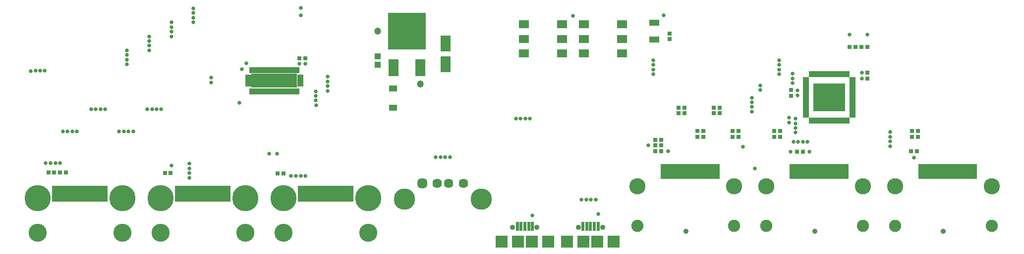
<source format=gts>
%TF.GenerationSoftware,Altium Limited,Altium Designer,24.10.1 (45)*%
G04 Layer_Color=8388736*
%FSLAX45Y45*%
%MOMM*%
%TF.SameCoordinates,079BFE04-B767-4AA5-AD7D-3EA92BFB1467*%
%TF.FilePolarity,Negative*%
%TF.FileFunction,Soldermask,Top*%
%TF.Part,Single*%
G01*
G75*
%TA.AperFunction,SMDPad,CuDef*%
%ADD60R,1.80320X1.10320*%
%ADD61R,0.70320X0.80320*%
%ADD62R,1.00320X1.00320*%
%ADD63R,0.70320X0.70320*%
%ADD64R,1.80320X2.80320*%
%ADD65R,1.70320X3.00320*%
%ADD66R,6.50320X6.30320*%
%ADD67R,1.42320X1.11320*%
%ADD68R,0.50320X1.10320*%
%ADD69R,1.10320X0.50320*%
%ADD70R,5.50320X4.80320*%
%ADD71R,0.50320X1.05320*%
%ADD72R,1.05320X0.50320*%
%ADD73R,7.85320X2.35320*%
%ADD74R,2.10320X2.10320*%
%ADD75R,2.00320X2.10320*%
%ADD76R,0.60320X1.55320*%
%ADD77R,1.70320X1.40320*%
%ADD78R,0.50320X2.80320*%
%ADD79R,0.48320X2.60320*%
%ADD80R,0.70320X0.70320*%
%ADD81R,0.80320X0.70320*%
%TA.AperFunction,ComponentPad*%
%ADD82C,0.90320*%
%ADD83C,1.62320*%
G04:AMPARAMS|DCode=84|XSize=1.6232mm|YSize=1.6232mm|CornerRadius=0.4566mm|HoleSize=0mm|Usage=FLASHONLY|Rotation=0.000|XOffset=0mm|YOffset=0mm|HoleType=Round|Shape=RoundedRectangle|*
%AMROUNDEDRECTD84*
21,1,1.62320,0.71000,0,0,0.0*
21,1,0.71000,1.62320,0,0,0.0*
1,1,0.91320,0.35500,-0.35500*
1,1,0.91320,-0.35500,-0.35500*
1,1,0.91320,-0.35500,0.35500*
1,1,0.91320,0.35500,0.35500*
%
%ADD84ROUNDEDRECTD84*%
%ADD85C,3.65320*%
%ADD86C,3.08320*%
%ADD87C,4.47820*%
%ADD88C,2.76820*%
%ADD89C,2.07820*%
%TA.AperFunction,ViaPad*%
%ADD90C,0.65320*%
%ADD91C,1.20320*%
D60*
X10910000Y3955000D02*
D03*
Y3665000D02*
D03*
D61*
X14550000Y3535000D02*
D03*
X14450000D02*
D03*
X4580000Y1370000D02*
D03*
X4480000D02*
D03*
X560000Y1390000D02*
D03*
X660000D02*
D03*
X860000D02*
D03*
X760000D02*
D03*
X2650000Y1380000D02*
D03*
X2550000D02*
D03*
X15300000Y1750000D02*
D03*
X15400000D02*
D03*
X10927499Y1950000D02*
D03*
X11027499D02*
D03*
X10927499Y1850000D02*
D03*
X11027499D02*
D03*
X13350000Y1740000D02*
D03*
X13450000D02*
D03*
X11027499Y1750000D02*
D03*
X10927499D02*
D03*
X14350000Y3535000D02*
D03*
X14250000D02*
D03*
D62*
X6190000Y3230000D02*
D03*
Y3380000D02*
D03*
D63*
X14555009Y3099995D02*
D03*
Y2999995D02*
D03*
X13250011Y2699995D02*
D03*
Y2799995D02*
D03*
X12959990Y2100005D02*
D03*
Y2000005D02*
D03*
X13059990Y2100005D02*
D03*
Y2000005D02*
D03*
X12350000Y2100000D02*
D03*
Y2000000D02*
D03*
X12250000Y2100000D02*
D03*
Y2000000D02*
D03*
X12025000Y2500000D02*
D03*
Y2400000D02*
D03*
X11925000Y2500000D02*
D03*
Y2400000D02*
D03*
X11750000Y2100000D02*
D03*
Y2000000D02*
D03*
X11650000Y2100000D02*
D03*
Y2000000D02*
D03*
X11425000Y2500000D02*
D03*
Y2400000D02*
D03*
X11325020Y2499990D02*
D03*
Y2399990D02*
D03*
D64*
X7350000Y3600000D02*
D03*
Y3240000D02*
D03*
D65*
X6456400Y3185000D02*
D03*
X6913600D02*
D03*
D66*
X6685000Y3810000D02*
D03*
D67*
X6450000Y2823500D02*
D03*
Y2496500D02*
D03*
D68*
X14224998Y3070000D02*
D03*
X14175000D02*
D03*
X14125000D02*
D03*
X14075000D02*
D03*
X14025000D02*
D03*
X13975000D02*
D03*
X13925000Y3069999D02*
D03*
X13875000D02*
D03*
X13825000Y3070000D02*
D03*
X13775000D02*
D03*
X13725000D02*
D03*
X13675000D02*
D03*
X13625000D02*
D03*
X13575000D02*
D03*
Y2280000D02*
D03*
X13625000D02*
D03*
X13675000D02*
D03*
X13725000D02*
D03*
X13775000D02*
D03*
X13825000D02*
D03*
X13875000Y2280000D02*
D03*
X13925000D02*
D03*
X13975000Y2280000D02*
D03*
X14025000D02*
D03*
X14075000D02*
D03*
X14125000D02*
D03*
X14175000D02*
D03*
X14224998D02*
D03*
D69*
X13505000Y3000000D02*
D03*
Y2950000D02*
D03*
Y2900000D02*
D03*
Y2850000D02*
D03*
Y2800000D02*
D03*
Y2750000D02*
D03*
X13505000Y2700000D02*
D03*
Y2650000D02*
D03*
X13505000Y2600000D02*
D03*
Y2550000D02*
D03*
Y2500000D02*
D03*
Y2450000D02*
D03*
Y2400000D02*
D03*
Y2350000D02*
D03*
X14295000D02*
D03*
Y2400000D02*
D03*
Y2450000D02*
D03*
Y2500000D02*
D03*
Y2550000D02*
D03*
Y2600000D02*
D03*
X14295000Y2650000D02*
D03*
Y2700000D02*
D03*
X14295000Y2750000D02*
D03*
Y2800000D02*
D03*
Y2850000D02*
D03*
Y2900000D02*
D03*
Y2950000D02*
D03*
Y3000000D02*
D03*
D70*
X13900000Y2675000D02*
D03*
D71*
X4820000Y3140000D02*
D03*
X4770000D02*
D03*
X4720000D02*
D03*
X4670000D02*
D03*
X4620000D02*
D03*
X4570000D02*
D03*
X4520000D02*
D03*
X4470000D02*
D03*
X4420000D02*
D03*
X4370000D02*
D03*
X4320000D02*
D03*
X4270000D02*
D03*
X4220000D02*
D03*
X4170000D02*
D03*
X4120000D02*
D03*
X4070000D02*
D03*
X4020000D02*
D03*
Y2780000D02*
D03*
X4070000D02*
D03*
X4120000D02*
D03*
X4170000D02*
D03*
X4220000D02*
D03*
X4270000D02*
D03*
X4320000D02*
D03*
X4370000D02*
D03*
X4420000D02*
D03*
X4470000D02*
D03*
X4520000D02*
D03*
X4570000D02*
D03*
X4620000D02*
D03*
X4670000D02*
D03*
X4720000D02*
D03*
X4770000D02*
D03*
X4820000D02*
D03*
D72*
X3975000Y3035000D02*
D03*
Y2985000D02*
D03*
Y2935000D02*
D03*
Y2885000D02*
D03*
X4865000D02*
D03*
Y2935000D02*
D03*
Y2985000D02*
D03*
Y3035000D02*
D03*
D73*
X4420000Y2960000D02*
D03*
D74*
X8580000Y200000D02*
D03*
X8820000D02*
D03*
X9700000D02*
D03*
X9940000D02*
D03*
D75*
X8300000D02*
D03*
X9100000D02*
D03*
X9420000D02*
D03*
X10220000D02*
D03*
D76*
X8570000Y467500D02*
D03*
X8830000D02*
D03*
X8635000D02*
D03*
X8700000D02*
D03*
X8765000D02*
D03*
X9690000D02*
D03*
X9950000D02*
D03*
X9755000D02*
D03*
X9820000D02*
D03*
X9885000D02*
D03*
D77*
X9710000Y3425000D02*
D03*
Y3675000D02*
D03*
Y3925000D02*
D03*
X10360000Y3425000D02*
D03*
Y3675000D02*
D03*
Y3925000D02*
D03*
X8685000Y3425000D02*
D03*
Y3675000D02*
D03*
Y3925000D02*
D03*
X9335000Y3425000D02*
D03*
Y3675000D02*
D03*
Y3925000D02*
D03*
D78*
X2750000Y1023500D02*
D03*
X2800000D02*
D03*
X2850000D02*
D03*
X2900000D02*
D03*
X2950000D02*
D03*
X3000000D02*
D03*
X3050000D02*
D03*
X3100000D02*
D03*
X3150000D02*
D03*
X3200000D02*
D03*
X3250000D02*
D03*
X3300000D02*
D03*
X3350000D02*
D03*
X3400000D02*
D03*
X3450000D02*
D03*
X3500000D02*
D03*
X3550000D02*
D03*
X3600000D02*
D03*
X3650000D02*
D03*
X4850000D02*
D03*
X4900000D02*
D03*
X4950000D02*
D03*
X5000000D02*
D03*
X5050000D02*
D03*
X5100000D02*
D03*
X5150000D02*
D03*
X5200000D02*
D03*
X5250000D02*
D03*
X5300000D02*
D03*
X5350000D02*
D03*
X5400000D02*
D03*
X5450000D02*
D03*
X5500000D02*
D03*
X5550000D02*
D03*
X5600000D02*
D03*
X5650000D02*
D03*
X5700000D02*
D03*
X5750000D02*
D03*
X650000D02*
D03*
X700000D02*
D03*
X750000D02*
D03*
X800000D02*
D03*
X850000D02*
D03*
X900000D02*
D03*
X950000D02*
D03*
X1000000D02*
D03*
X1050000D02*
D03*
X1100000D02*
D03*
X1150000D02*
D03*
X1200000D02*
D03*
X1250000D02*
D03*
X1300000D02*
D03*
X1350000D02*
D03*
X1400000D02*
D03*
X1450000D02*
D03*
X1500000D02*
D03*
X1550000D02*
D03*
D79*
X12000000Y1408000D02*
D03*
X11950000D02*
D03*
X11900000D02*
D03*
X11850000D02*
D03*
X11800000D02*
D03*
X11750000D02*
D03*
X11700000D02*
D03*
X11650000D02*
D03*
X11600000D02*
D03*
X11550000D02*
D03*
X11500000D02*
D03*
X11450000D02*
D03*
X11400000D02*
D03*
X11350000D02*
D03*
X11300000D02*
D03*
X11250000D02*
D03*
X11200000D02*
D03*
X11150000D02*
D03*
X11100000D02*
D03*
X11050000D02*
D03*
X15450000D02*
D03*
X15499998D02*
D03*
X15550000D02*
D03*
X15600000D02*
D03*
X15649998D02*
D03*
X15700000D02*
D03*
X15749998D02*
D03*
X15800000D02*
D03*
X15850000D02*
D03*
X15899998D02*
D03*
X15950000D02*
D03*
X15999998D02*
D03*
X16050000D02*
D03*
X16100000D02*
D03*
X16149998D02*
D03*
X16200000D02*
D03*
X16250000D02*
D03*
X16300000D02*
D03*
X16350000D02*
D03*
X16399998D02*
D03*
X13250000D02*
D03*
X13300000D02*
D03*
X13350000D02*
D03*
X13400000D02*
D03*
X13450000D02*
D03*
X13500000D02*
D03*
X13550000D02*
D03*
X13600000D02*
D03*
X13650000D02*
D03*
X13700000D02*
D03*
X13750000D02*
D03*
X13800000D02*
D03*
X13850000D02*
D03*
X13900000D02*
D03*
X13950000D02*
D03*
X14000000D02*
D03*
X14050000D02*
D03*
X14100000D02*
D03*
X14150000D02*
D03*
X14200000D02*
D03*
D80*
X4950005Y3340010D02*
D03*
X4850005D02*
D03*
X15414995Y2099990D02*
D03*
X15314995D02*
D03*
X15414999Y2000000D02*
D03*
X15314999D02*
D03*
D81*
X11170000Y3770000D02*
D03*
Y3670000D02*
D03*
D82*
X8492500Y445000D02*
D03*
X8907500D02*
D03*
X11450000Y380000D02*
D03*
X15850000D02*
D03*
X13650000D02*
D03*
X9612500Y445000D02*
D03*
X10027500D02*
D03*
D83*
X7400000Y1199000D02*
D03*
X7200000D02*
D03*
X7650000D02*
D03*
D84*
X6950000D02*
D03*
D85*
X6643000Y928000D02*
D03*
X7957000D02*
D03*
D86*
X3925000Y351500D02*
D03*
X2475000D02*
D03*
X6025000D02*
D03*
X4575000D02*
D03*
X1825000D02*
D03*
X375000D02*
D03*
D87*
X3925000Y947500D02*
D03*
X2475000D02*
D03*
X6025000D02*
D03*
X4575000D02*
D03*
X1825000D02*
D03*
X375000D02*
D03*
D88*
X12275000Y1148000D02*
D03*
X10625000D02*
D03*
X15025000D02*
D03*
X16674998D02*
D03*
X12825000D02*
D03*
X14474998D02*
D03*
D89*
X12275000Y470000D02*
D03*
X10625000D02*
D03*
X15025000D02*
D03*
X16674998D02*
D03*
X12825000D02*
D03*
X14474998D02*
D03*
D90*
X420000Y3130000D02*
D03*
X500000Y3130000D02*
D03*
X257150Y3127149D02*
D03*
X340000Y3130000D02*
D03*
X5130000Y2620000D02*
D03*
X2970000Y1380000D02*
D03*
X2972851Y1297150D02*
D03*
X2970000Y1540000D02*
D03*
X2970000Y1460000D02*
D03*
X5330000Y2950000D02*
D03*
X5132851Y2537150D02*
D03*
X5130000Y2780000D02*
D03*
X5130000Y2700000D02*
D03*
X5330000Y2870000D02*
D03*
X5332851Y2787150D02*
D03*
X5330001Y3030000D02*
D03*
X4870000Y1330000D02*
D03*
X4950000Y1329999D02*
D03*
X4707150Y1327149D02*
D03*
X4790000Y1330000D02*
D03*
X4470000Y1710000D02*
D03*
X600000Y1550000D02*
D03*
X517150Y1547149D02*
D03*
X760000Y1549999D02*
D03*
X680000Y1550000D02*
D03*
X4850000Y3250000D02*
D03*
X4210000Y2960000D02*
D03*
X4870000Y4080000D02*
D03*
Y4210000D02*
D03*
X3339999Y2930000D02*
D03*
X3340000Y3010000D02*
D03*
X3820000Y2580000D02*
D03*
X2660000Y1510000D02*
D03*
X4330000Y1710000D02*
D03*
X4950000Y3250000D02*
D03*
X3940000Y3260000D02*
D03*
X3870000Y3160000D02*
D03*
X11070000Y4080000D02*
D03*
X12630000Y1460000D02*
D03*
X12430000Y1830000D02*
D03*
X13450000Y1909999D02*
D03*
X13370000D02*
D03*
X13289999Y1910000D02*
D03*
X13530000D02*
D03*
X14940001Y1840000D02*
D03*
Y2080000D02*
D03*
X14939999Y2000000D02*
D03*
Y1920000D02*
D03*
X9520000Y4070000D02*
D03*
X13039999Y3230000D02*
D03*
Y3150000D02*
D03*
X14550000Y3750000D02*
D03*
X14250000D02*
D03*
X10890000Y3310000D02*
D03*
X10890000Y3230000D02*
D03*
Y3150000D02*
D03*
X10890000Y3070000D02*
D03*
X13039999Y3310000D02*
D03*
Y3070000D02*
D03*
X13270000Y3080000D02*
D03*
X4630000Y2960000D02*
D03*
X9950000Y675000D02*
D03*
X8827500Y650000D02*
D03*
X13270000Y2920000D02*
D03*
Y3000000D02*
D03*
X15350000Y1640000D02*
D03*
X11150000Y1750000D02*
D03*
X13239999Y1740000D02*
D03*
X13560001D02*
D03*
X10810000Y1850000D02*
D03*
X9747500Y923236D02*
D03*
X9827501D02*
D03*
X9907500Y923237D02*
D03*
X9667500D02*
D03*
X8547500Y2310000D02*
D03*
X8787500D02*
D03*
X8707500Y2309999D02*
D03*
X8627500D02*
D03*
X12580000Y2590000D02*
D03*
Y2510000D02*
D03*
X13320000Y2150000D02*
D03*
Y2230000D02*
D03*
X13320001Y2310000D02*
D03*
Y2070000D02*
D03*
X12720000Y2800000D02*
D03*
X12720000Y2880000D02*
D03*
X13210001Y2325000D02*
D03*
X13210001Y2245000D02*
D03*
X12580000Y2430000D02*
D03*
Y2670000D02*
D03*
X14455000Y3100000D02*
D03*
Y3000000D02*
D03*
X14055000Y2674999D02*
D03*
X13899998Y2520000D02*
D03*
X13900000Y2830000D02*
D03*
X13745000Y2675000D02*
D03*
X13359999Y2710000D02*
D03*
X13360001Y2790000D02*
D03*
X7180000Y1649999D02*
D03*
X7420000D02*
D03*
X7260000Y1650000D02*
D03*
X7340000D02*
D03*
X970000Y2090000D02*
D03*
X2490000Y2469999D02*
D03*
X2250000D02*
D03*
X2010000Y2090000D02*
D03*
X1770000D02*
D03*
X1530000Y2469999D02*
D03*
X1290000D02*
D03*
X1050000Y2090000D02*
D03*
X810000D02*
D03*
X3039999Y3960000D02*
D03*
Y4200000D02*
D03*
X2660000Y3720000D02*
D03*
Y3960000D02*
D03*
X2280000Y3480000D02*
D03*
Y3720000D02*
D03*
X1900000Y3480000D02*
D03*
Y3240000D02*
D03*
X2410000Y2470000D02*
D03*
X2330000D02*
D03*
X1930000Y2090000D02*
D03*
X1850000D02*
D03*
X1370000Y2470000D02*
D03*
X1450000D02*
D03*
X1900001Y3400000D02*
D03*
X2280000Y3640000D02*
D03*
Y3560000D02*
D03*
X1900001Y3320000D02*
D03*
X2660000Y3880000D02*
D03*
Y3800000D02*
D03*
X3040000Y4040000D02*
D03*
Y4120000D02*
D03*
X890000Y2090000D02*
D03*
D91*
X6190000Y3810000D02*
D03*
X6915000Y2900000D02*
D03*
%TF.MD5,d8a82c8c954fd4f5d71c09cbe3d74b4a*%
M02*

</source>
